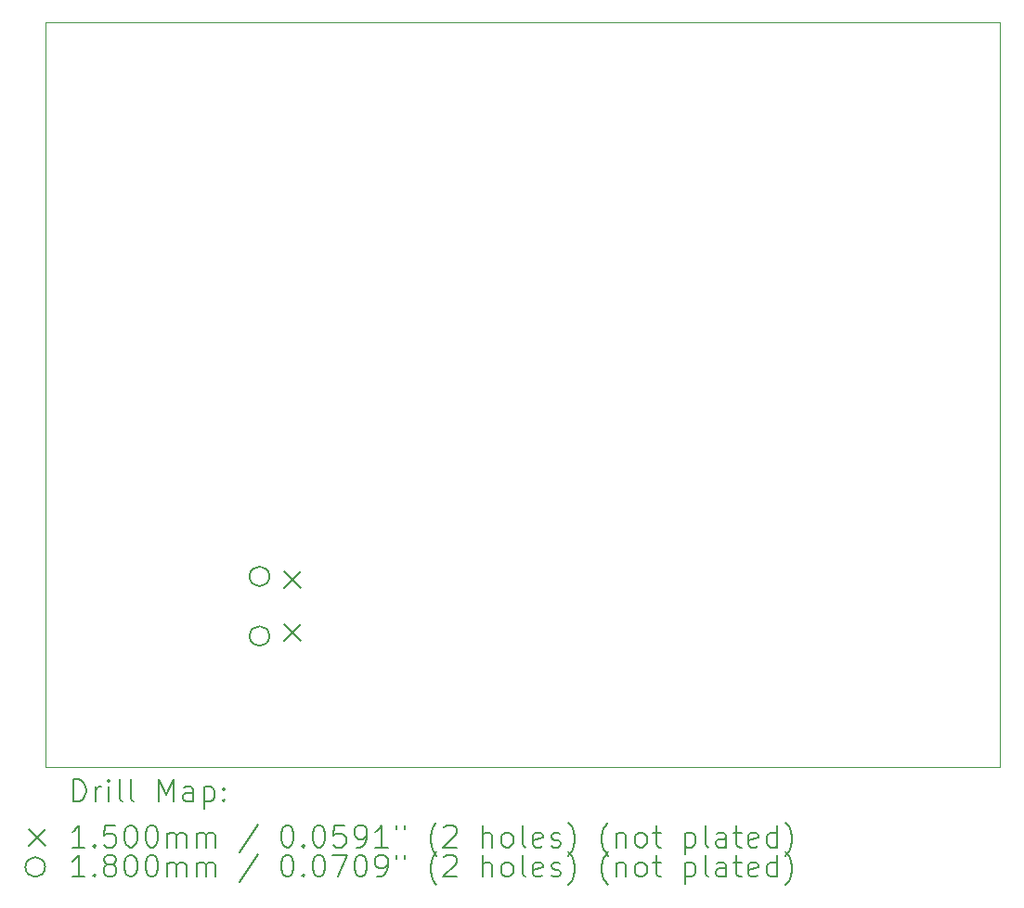
<source format=gbr>
%FSLAX45Y45*%
G04 Gerber Fmt 4.5, Leading zero omitted, Abs format (unit mm)*
G04 Created by KiCad (PCBNEW (6.0.0)) date 2022-05-18 17:52:49*
%MOMM*%
%LPD*%
G01*
G04 APERTURE LIST*
%TA.AperFunction,Profile*%
%ADD10C,0.100000*%
%TD*%
%ADD11C,0.200000*%
%ADD12C,0.150000*%
%ADD13C,0.180000*%
G04 APERTURE END LIST*
D10*
X10636000Y-5080000D02*
X19336000Y-5080000D01*
X10636000Y-11880000D02*
X10636000Y-5080000D01*
X19336000Y-11880000D02*
X19336000Y-5080000D01*
X10636000Y-11880000D02*
X19336000Y-11880000D01*
D11*
D12*
X12814000Y-10096500D02*
X12964000Y-10246500D01*
X12964000Y-10096500D02*
X12814000Y-10246500D01*
X12814000Y-10581500D02*
X12964000Y-10731500D01*
X12964000Y-10581500D02*
X12814000Y-10731500D01*
D13*
X12676000Y-10141500D02*
G75*
G03*
X12676000Y-10141500I-90000J0D01*
G01*
X12676000Y-10686500D02*
G75*
G03*
X12676000Y-10686500I-90000J0D01*
G01*
D11*
X10888619Y-12195476D02*
X10888619Y-11995476D01*
X10936238Y-11995476D01*
X10964810Y-12005000D01*
X10983857Y-12024048D01*
X10993381Y-12043095D01*
X11002905Y-12081190D01*
X11002905Y-12109762D01*
X10993381Y-12147857D01*
X10983857Y-12166905D01*
X10964810Y-12185952D01*
X10936238Y-12195476D01*
X10888619Y-12195476D01*
X11088619Y-12195476D02*
X11088619Y-12062143D01*
X11088619Y-12100238D02*
X11098143Y-12081190D01*
X11107667Y-12071667D01*
X11126714Y-12062143D01*
X11145762Y-12062143D01*
X11212428Y-12195476D02*
X11212428Y-12062143D01*
X11212428Y-11995476D02*
X11202905Y-12005000D01*
X11212428Y-12014524D01*
X11221952Y-12005000D01*
X11212428Y-11995476D01*
X11212428Y-12014524D01*
X11336238Y-12195476D02*
X11317190Y-12185952D01*
X11307667Y-12166905D01*
X11307667Y-11995476D01*
X11441000Y-12195476D02*
X11421952Y-12185952D01*
X11412428Y-12166905D01*
X11412428Y-11995476D01*
X11669571Y-12195476D02*
X11669571Y-11995476D01*
X11736238Y-12138333D01*
X11802905Y-11995476D01*
X11802905Y-12195476D01*
X11983857Y-12195476D02*
X11983857Y-12090714D01*
X11974333Y-12071667D01*
X11955286Y-12062143D01*
X11917190Y-12062143D01*
X11898143Y-12071667D01*
X11983857Y-12185952D02*
X11964809Y-12195476D01*
X11917190Y-12195476D01*
X11898143Y-12185952D01*
X11888619Y-12166905D01*
X11888619Y-12147857D01*
X11898143Y-12128809D01*
X11917190Y-12119286D01*
X11964809Y-12119286D01*
X11983857Y-12109762D01*
X12079095Y-12062143D02*
X12079095Y-12262143D01*
X12079095Y-12071667D02*
X12098143Y-12062143D01*
X12136238Y-12062143D01*
X12155286Y-12071667D01*
X12164809Y-12081190D01*
X12174333Y-12100238D01*
X12174333Y-12157381D01*
X12164809Y-12176428D01*
X12155286Y-12185952D01*
X12136238Y-12195476D01*
X12098143Y-12195476D01*
X12079095Y-12185952D01*
X12260048Y-12176428D02*
X12269571Y-12185952D01*
X12260048Y-12195476D01*
X12250524Y-12185952D01*
X12260048Y-12176428D01*
X12260048Y-12195476D01*
X12260048Y-12071667D02*
X12269571Y-12081190D01*
X12260048Y-12090714D01*
X12250524Y-12081190D01*
X12260048Y-12071667D01*
X12260048Y-12090714D01*
D12*
X10481000Y-12450000D02*
X10631000Y-12600000D01*
X10631000Y-12450000D02*
X10481000Y-12600000D01*
D11*
X10993381Y-12615476D02*
X10879095Y-12615476D01*
X10936238Y-12615476D02*
X10936238Y-12415476D01*
X10917190Y-12444048D01*
X10898143Y-12463095D01*
X10879095Y-12472619D01*
X11079095Y-12596428D02*
X11088619Y-12605952D01*
X11079095Y-12615476D01*
X11069571Y-12605952D01*
X11079095Y-12596428D01*
X11079095Y-12615476D01*
X11269571Y-12415476D02*
X11174333Y-12415476D01*
X11164810Y-12510714D01*
X11174333Y-12501190D01*
X11193381Y-12491667D01*
X11241000Y-12491667D01*
X11260048Y-12501190D01*
X11269571Y-12510714D01*
X11279095Y-12529762D01*
X11279095Y-12577381D01*
X11269571Y-12596428D01*
X11260048Y-12605952D01*
X11241000Y-12615476D01*
X11193381Y-12615476D01*
X11174333Y-12605952D01*
X11164810Y-12596428D01*
X11402905Y-12415476D02*
X11421952Y-12415476D01*
X11441000Y-12425000D01*
X11450524Y-12434524D01*
X11460048Y-12453571D01*
X11469571Y-12491667D01*
X11469571Y-12539286D01*
X11460048Y-12577381D01*
X11450524Y-12596428D01*
X11441000Y-12605952D01*
X11421952Y-12615476D01*
X11402905Y-12615476D01*
X11383857Y-12605952D01*
X11374333Y-12596428D01*
X11364809Y-12577381D01*
X11355286Y-12539286D01*
X11355286Y-12491667D01*
X11364809Y-12453571D01*
X11374333Y-12434524D01*
X11383857Y-12425000D01*
X11402905Y-12415476D01*
X11593381Y-12415476D02*
X11612428Y-12415476D01*
X11631476Y-12425000D01*
X11641000Y-12434524D01*
X11650524Y-12453571D01*
X11660048Y-12491667D01*
X11660048Y-12539286D01*
X11650524Y-12577381D01*
X11641000Y-12596428D01*
X11631476Y-12605952D01*
X11612428Y-12615476D01*
X11593381Y-12615476D01*
X11574333Y-12605952D01*
X11564809Y-12596428D01*
X11555286Y-12577381D01*
X11545762Y-12539286D01*
X11545762Y-12491667D01*
X11555286Y-12453571D01*
X11564809Y-12434524D01*
X11574333Y-12425000D01*
X11593381Y-12415476D01*
X11745762Y-12615476D02*
X11745762Y-12482143D01*
X11745762Y-12501190D02*
X11755286Y-12491667D01*
X11774333Y-12482143D01*
X11802905Y-12482143D01*
X11821952Y-12491667D01*
X11831476Y-12510714D01*
X11831476Y-12615476D01*
X11831476Y-12510714D02*
X11841000Y-12491667D01*
X11860048Y-12482143D01*
X11888619Y-12482143D01*
X11907667Y-12491667D01*
X11917190Y-12510714D01*
X11917190Y-12615476D01*
X12012428Y-12615476D02*
X12012428Y-12482143D01*
X12012428Y-12501190D02*
X12021952Y-12491667D01*
X12041000Y-12482143D01*
X12069571Y-12482143D01*
X12088619Y-12491667D01*
X12098143Y-12510714D01*
X12098143Y-12615476D01*
X12098143Y-12510714D02*
X12107667Y-12491667D01*
X12126714Y-12482143D01*
X12155286Y-12482143D01*
X12174333Y-12491667D01*
X12183857Y-12510714D01*
X12183857Y-12615476D01*
X12574333Y-12405952D02*
X12402905Y-12663095D01*
X12831476Y-12415476D02*
X12850524Y-12415476D01*
X12869571Y-12425000D01*
X12879095Y-12434524D01*
X12888619Y-12453571D01*
X12898143Y-12491667D01*
X12898143Y-12539286D01*
X12888619Y-12577381D01*
X12879095Y-12596428D01*
X12869571Y-12605952D01*
X12850524Y-12615476D01*
X12831476Y-12615476D01*
X12812428Y-12605952D01*
X12802905Y-12596428D01*
X12793381Y-12577381D01*
X12783857Y-12539286D01*
X12783857Y-12491667D01*
X12793381Y-12453571D01*
X12802905Y-12434524D01*
X12812428Y-12425000D01*
X12831476Y-12415476D01*
X12983857Y-12596428D02*
X12993381Y-12605952D01*
X12983857Y-12615476D01*
X12974333Y-12605952D01*
X12983857Y-12596428D01*
X12983857Y-12615476D01*
X13117190Y-12415476D02*
X13136238Y-12415476D01*
X13155286Y-12425000D01*
X13164809Y-12434524D01*
X13174333Y-12453571D01*
X13183857Y-12491667D01*
X13183857Y-12539286D01*
X13174333Y-12577381D01*
X13164809Y-12596428D01*
X13155286Y-12605952D01*
X13136238Y-12615476D01*
X13117190Y-12615476D01*
X13098143Y-12605952D01*
X13088619Y-12596428D01*
X13079095Y-12577381D01*
X13069571Y-12539286D01*
X13069571Y-12491667D01*
X13079095Y-12453571D01*
X13088619Y-12434524D01*
X13098143Y-12425000D01*
X13117190Y-12415476D01*
X13364809Y-12415476D02*
X13269571Y-12415476D01*
X13260048Y-12510714D01*
X13269571Y-12501190D01*
X13288619Y-12491667D01*
X13336238Y-12491667D01*
X13355286Y-12501190D01*
X13364809Y-12510714D01*
X13374333Y-12529762D01*
X13374333Y-12577381D01*
X13364809Y-12596428D01*
X13355286Y-12605952D01*
X13336238Y-12615476D01*
X13288619Y-12615476D01*
X13269571Y-12605952D01*
X13260048Y-12596428D01*
X13469571Y-12615476D02*
X13507667Y-12615476D01*
X13526714Y-12605952D01*
X13536238Y-12596428D01*
X13555286Y-12567857D01*
X13564809Y-12529762D01*
X13564809Y-12453571D01*
X13555286Y-12434524D01*
X13545762Y-12425000D01*
X13526714Y-12415476D01*
X13488619Y-12415476D01*
X13469571Y-12425000D01*
X13460048Y-12434524D01*
X13450524Y-12453571D01*
X13450524Y-12501190D01*
X13460048Y-12520238D01*
X13469571Y-12529762D01*
X13488619Y-12539286D01*
X13526714Y-12539286D01*
X13545762Y-12529762D01*
X13555286Y-12520238D01*
X13564809Y-12501190D01*
X13755286Y-12615476D02*
X13641000Y-12615476D01*
X13698143Y-12615476D02*
X13698143Y-12415476D01*
X13679095Y-12444048D01*
X13660048Y-12463095D01*
X13641000Y-12472619D01*
X13831476Y-12415476D02*
X13831476Y-12453571D01*
X13907667Y-12415476D02*
X13907667Y-12453571D01*
X14202905Y-12691667D02*
X14193381Y-12682143D01*
X14174333Y-12653571D01*
X14164809Y-12634524D01*
X14155286Y-12605952D01*
X14145762Y-12558333D01*
X14145762Y-12520238D01*
X14155286Y-12472619D01*
X14164809Y-12444048D01*
X14174333Y-12425000D01*
X14193381Y-12396428D01*
X14202905Y-12386905D01*
X14269571Y-12434524D02*
X14279095Y-12425000D01*
X14298143Y-12415476D01*
X14345762Y-12415476D01*
X14364809Y-12425000D01*
X14374333Y-12434524D01*
X14383857Y-12453571D01*
X14383857Y-12472619D01*
X14374333Y-12501190D01*
X14260048Y-12615476D01*
X14383857Y-12615476D01*
X14621952Y-12615476D02*
X14621952Y-12415476D01*
X14707667Y-12615476D02*
X14707667Y-12510714D01*
X14698143Y-12491667D01*
X14679095Y-12482143D01*
X14650524Y-12482143D01*
X14631476Y-12491667D01*
X14621952Y-12501190D01*
X14831476Y-12615476D02*
X14812428Y-12605952D01*
X14802905Y-12596428D01*
X14793381Y-12577381D01*
X14793381Y-12520238D01*
X14802905Y-12501190D01*
X14812428Y-12491667D01*
X14831476Y-12482143D01*
X14860048Y-12482143D01*
X14879095Y-12491667D01*
X14888619Y-12501190D01*
X14898143Y-12520238D01*
X14898143Y-12577381D01*
X14888619Y-12596428D01*
X14879095Y-12605952D01*
X14860048Y-12615476D01*
X14831476Y-12615476D01*
X15012428Y-12615476D02*
X14993381Y-12605952D01*
X14983857Y-12586905D01*
X14983857Y-12415476D01*
X15164809Y-12605952D02*
X15145762Y-12615476D01*
X15107667Y-12615476D01*
X15088619Y-12605952D01*
X15079095Y-12586905D01*
X15079095Y-12510714D01*
X15088619Y-12491667D01*
X15107667Y-12482143D01*
X15145762Y-12482143D01*
X15164809Y-12491667D01*
X15174333Y-12510714D01*
X15174333Y-12529762D01*
X15079095Y-12548809D01*
X15250524Y-12605952D02*
X15269571Y-12615476D01*
X15307667Y-12615476D01*
X15326714Y-12605952D01*
X15336238Y-12586905D01*
X15336238Y-12577381D01*
X15326714Y-12558333D01*
X15307667Y-12548809D01*
X15279095Y-12548809D01*
X15260048Y-12539286D01*
X15250524Y-12520238D01*
X15250524Y-12510714D01*
X15260048Y-12491667D01*
X15279095Y-12482143D01*
X15307667Y-12482143D01*
X15326714Y-12491667D01*
X15402905Y-12691667D02*
X15412428Y-12682143D01*
X15431476Y-12653571D01*
X15441000Y-12634524D01*
X15450524Y-12605952D01*
X15460048Y-12558333D01*
X15460048Y-12520238D01*
X15450524Y-12472619D01*
X15441000Y-12444048D01*
X15431476Y-12425000D01*
X15412428Y-12396428D01*
X15402905Y-12386905D01*
X15764809Y-12691667D02*
X15755286Y-12682143D01*
X15736238Y-12653571D01*
X15726714Y-12634524D01*
X15717190Y-12605952D01*
X15707667Y-12558333D01*
X15707667Y-12520238D01*
X15717190Y-12472619D01*
X15726714Y-12444048D01*
X15736238Y-12425000D01*
X15755286Y-12396428D01*
X15764809Y-12386905D01*
X15841000Y-12482143D02*
X15841000Y-12615476D01*
X15841000Y-12501190D02*
X15850524Y-12491667D01*
X15869571Y-12482143D01*
X15898143Y-12482143D01*
X15917190Y-12491667D01*
X15926714Y-12510714D01*
X15926714Y-12615476D01*
X16050524Y-12615476D02*
X16031476Y-12605952D01*
X16021952Y-12596428D01*
X16012428Y-12577381D01*
X16012428Y-12520238D01*
X16021952Y-12501190D01*
X16031476Y-12491667D01*
X16050524Y-12482143D01*
X16079095Y-12482143D01*
X16098143Y-12491667D01*
X16107667Y-12501190D01*
X16117190Y-12520238D01*
X16117190Y-12577381D01*
X16107667Y-12596428D01*
X16098143Y-12605952D01*
X16079095Y-12615476D01*
X16050524Y-12615476D01*
X16174333Y-12482143D02*
X16250524Y-12482143D01*
X16202905Y-12415476D02*
X16202905Y-12586905D01*
X16212428Y-12605952D01*
X16231476Y-12615476D01*
X16250524Y-12615476D01*
X16469571Y-12482143D02*
X16469571Y-12682143D01*
X16469571Y-12491667D02*
X16488619Y-12482143D01*
X16526714Y-12482143D01*
X16545762Y-12491667D01*
X16555286Y-12501190D01*
X16564809Y-12520238D01*
X16564809Y-12577381D01*
X16555286Y-12596428D01*
X16545762Y-12605952D01*
X16526714Y-12615476D01*
X16488619Y-12615476D01*
X16469571Y-12605952D01*
X16679095Y-12615476D02*
X16660048Y-12605952D01*
X16650524Y-12586905D01*
X16650524Y-12415476D01*
X16841000Y-12615476D02*
X16841000Y-12510714D01*
X16831476Y-12491667D01*
X16812429Y-12482143D01*
X16774333Y-12482143D01*
X16755286Y-12491667D01*
X16841000Y-12605952D02*
X16821952Y-12615476D01*
X16774333Y-12615476D01*
X16755286Y-12605952D01*
X16745762Y-12586905D01*
X16745762Y-12567857D01*
X16755286Y-12548809D01*
X16774333Y-12539286D01*
X16821952Y-12539286D01*
X16841000Y-12529762D01*
X16907667Y-12482143D02*
X16983857Y-12482143D01*
X16936238Y-12415476D02*
X16936238Y-12586905D01*
X16945762Y-12605952D01*
X16964810Y-12615476D01*
X16983857Y-12615476D01*
X17126714Y-12605952D02*
X17107667Y-12615476D01*
X17069571Y-12615476D01*
X17050524Y-12605952D01*
X17041000Y-12586905D01*
X17041000Y-12510714D01*
X17050524Y-12491667D01*
X17069571Y-12482143D01*
X17107667Y-12482143D01*
X17126714Y-12491667D01*
X17136238Y-12510714D01*
X17136238Y-12529762D01*
X17041000Y-12548809D01*
X17307667Y-12615476D02*
X17307667Y-12415476D01*
X17307667Y-12605952D02*
X17288619Y-12615476D01*
X17250524Y-12615476D01*
X17231476Y-12605952D01*
X17221952Y-12596428D01*
X17212429Y-12577381D01*
X17212429Y-12520238D01*
X17221952Y-12501190D01*
X17231476Y-12491667D01*
X17250524Y-12482143D01*
X17288619Y-12482143D01*
X17307667Y-12491667D01*
X17383857Y-12691667D02*
X17393381Y-12682143D01*
X17412429Y-12653571D01*
X17421952Y-12634524D01*
X17431476Y-12605952D01*
X17441000Y-12558333D01*
X17441000Y-12520238D01*
X17431476Y-12472619D01*
X17421952Y-12444048D01*
X17412429Y-12425000D01*
X17393381Y-12396428D01*
X17383857Y-12386905D01*
D13*
X10631000Y-12795000D02*
G75*
G03*
X10631000Y-12795000I-90000J0D01*
G01*
D11*
X10993381Y-12885476D02*
X10879095Y-12885476D01*
X10936238Y-12885476D02*
X10936238Y-12685476D01*
X10917190Y-12714048D01*
X10898143Y-12733095D01*
X10879095Y-12742619D01*
X11079095Y-12866428D02*
X11088619Y-12875952D01*
X11079095Y-12885476D01*
X11069571Y-12875952D01*
X11079095Y-12866428D01*
X11079095Y-12885476D01*
X11202905Y-12771190D02*
X11183857Y-12761667D01*
X11174333Y-12752143D01*
X11164810Y-12733095D01*
X11164810Y-12723571D01*
X11174333Y-12704524D01*
X11183857Y-12695000D01*
X11202905Y-12685476D01*
X11241000Y-12685476D01*
X11260048Y-12695000D01*
X11269571Y-12704524D01*
X11279095Y-12723571D01*
X11279095Y-12733095D01*
X11269571Y-12752143D01*
X11260048Y-12761667D01*
X11241000Y-12771190D01*
X11202905Y-12771190D01*
X11183857Y-12780714D01*
X11174333Y-12790238D01*
X11164810Y-12809286D01*
X11164810Y-12847381D01*
X11174333Y-12866428D01*
X11183857Y-12875952D01*
X11202905Y-12885476D01*
X11241000Y-12885476D01*
X11260048Y-12875952D01*
X11269571Y-12866428D01*
X11279095Y-12847381D01*
X11279095Y-12809286D01*
X11269571Y-12790238D01*
X11260048Y-12780714D01*
X11241000Y-12771190D01*
X11402905Y-12685476D02*
X11421952Y-12685476D01*
X11441000Y-12695000D01*
X11450524Y-12704524D01*
X11460048Y-12723571D01*
X11469571Y-12761667D01*
X11469571Y-12809286D01*
X11460048Y-12847381D01*
X11450524Y-12866428D01*
X11441000Y-12875952D01*
X11421952Y-12885476D01*
X11402905Y-12885476D01*
X11383857Y-12875952D01*
X11374333Y-12866428D01*
X11364809Y-12847381D01*
X11355286Y-12809286D01*
X11355286Y-12761667D01*
X11364809Y-12723571D01*
X11374333Y-12704524D01*
X11383857Y-12695000D01*
X11402905Y-12685476D01*
X11593381Y-12685476D02*
X11612428Y-12685476D01*
X11631476Y-12695000D01*
X11641000Y-12704524D01*
X11650524Y-12723571D01*
X11660048Y-12761667D01*
X11660048Y-12809286D01*
X11650524Y-12847381D01*
X11641000Y-12866428D01*
X11631476Y-12875952D01*
X11612428Y-12885476D01*
X11593381Y-12885476D01*
X11574333Y-12875952D01*
X11564809Y-12866428D01*
X11555286Y-12847381D01*
X11545762Y-12809286D01*
X11545762Y-12761667D01*
X11555286Y-12723571D01*
X11564809Y-12704524D01*
X11574333Y-12695000D01*
X11593381Y-12685476D01*
X11745762Y-12885476D02*
X11745762Y-12752143D01*
X11745762Y-12771190D02*
X11755286Y-12761667D01*
X11774333Y-12752143D01*
X11802905Y-12752143D01*
X11821952Y-12761667D01*
X11831476Y-12780714D01*
X11831476Y-12885476D01*
X11831476Y-12780714D02*
X11841000Y-12761667D01*
X11860048Y-12752143D01*
X11888619Y-12752143D01*
X11907667Y-12761667D01*
X11917190Y-12780714D01*
X11917190Y-12885476D01*
X12012428Y-12885476D02*
X12012428Y-12752143D01*
X12012428Y-12771190D02*
X12021952Y-12761667D01*
X12041000Y-12752143D01*
X12069571Y-12752143D01*
X12088619Y-12761667D01*
X12098143Y-12780714D01*
X12098143Y-12885476D01*
X12098143Y-12780714D02*
X12107667Y-12761667D01*
X12126714Y-12752143D01*
X12155286Y-12752143D01*
X12174333Y-12761667D01*
X12183857Y-12780714D01*
X12183857Y-12885476D01*
X12574333Y-12675952D02*
X12402905Y-12933095D01*
X12831476Y-12685476D02*
X12850524Y-12685476D01*
X12869571Y-12695000D01*
X12879095Y-12704524D01*
X12888619Y-12723571D01*
X12898143Y-12761667D01*
X12898143Y-12809286D01*
X12888619Y-12847381D01*
X12879095Y-12866428D01*
X12869571Y-12875952D01*
X12850524Y-12885476D01*
X12831476Y-12885476D01*
X12812428Y-12875952D01*
X12802905Y-12866428D01*
X12793381Y-12847381D01*
X12783857Y-12809286D01*
X12783857Y-12761667D01*
X12793381Y-12723571D01*
X12802905Y-12704524D01*
X12812428Y-12695000D01*
X12831476Y-12685476D01*
X12983857Y-12866428D02*
X12993381Y-12875952D01*
X12983857Y-12885476D01*
X12974333Y-12875952D01*
X12983857Y-12866428D01*
X12983857Y-12885476D01*
X13117190Y-12685476D02*
X13136238Y-12685476D01*
X13155286Y-12695000D01*
X13164809Y-12704524D01*
X13174333Y-12723571D01*
X13183857Y-12761667D01*
X13183857Y-12809286D01*
X13174333Y-12847381D01*
X13164809Y-12866428D01*
X13155286Y-12875952D01*
X13136238Y-12885476D01*
X13117190Y-12885476D01*
X13098143Y-12875952D01*
X13088619Y-12866428D01*
X13079095Y-12847381D01*
X13069571Y-12809286D01*
X13069571Y-12761667D01*
X13079095Y-12723571D01*
X13088619Y-12704524D01*
X13098143Y-12695000D01*
X13117190Y-12685476D01*
X13250524Y-12685476D02*
X13383857Y-12685476D01*
X13298143Y-12885476D01*
X13498143Y-12685476D02*
X13517190Y-12685476D01*
X13536238Y-12695000D01*
X13545762Y-12704524D01*
X13555286Y-12723571D01*
X13564809Y-12761667D01*
X13564809Y-12809286D01*
X13555286Y-12847381D01*
X13545762Y-12866428D01*
X13536238Y-12875952D01*
X13517190Y-12885476D01*
X13498143Y-12885476D01*
X13479095Y-12875952D01*
X13469571Y-12866428D01*
X13460048Y-12847381D01*
X13450524Y-12809286D01*
X13450524Y-12761667D01*
X13460048Y-12723571D01*
X13469571Y-12704524D01*
X13479095Y-12695000D01*
X13498143Y-12685476D01*
X13660048Y-12885476D02*
X13698143Y-12885476D01*
X13717190Y-12875952D01*
X13726714Y-12866428D01*
X13745762Y-12837857D01*
X13755286Y-12799762D01*
X13755286Y-12723571D01*
X13745762Y-12704524D01*
X13736238Y-12695000D01*
X13717190Y-12685476D01*
X13679095Y-12685476D01*
X13660048Y-12695000D01*
X13650524Y-12704524D01*
X13641000Y-12723571D01*
X13641000Y-12771190D01*
X13650524Y-12790238D01*
X13660048Y-12799762D01*
X13679095Y-12809286D01*
X13717190Y-12809286D01*
X13736238Y-12799762D01*
X13745762Y-12790238D01*
X13755286Y-12771190D01*
X13831476Y-12685476D02*
X13831476Y-12723571D01*
X13907667Y-12685476D02*
X13907667Y-12723571D01*
X14202905Y-12961667D02*
X14193381Y-12952143D01*
X14174333Y-12923571D01*
X14164809Y-12904524D01*
X14155286Y-12875952D01*
X14145762Y-12828333D01*
X14145762Y-12790238D01*
X14155286Y-12742619D01*
X14164809Y-12714048D01*
X14174333Y-12695000D01*
X14193381Y-12666428D01*
X14202905Y-12656905D01*
X14269571Y-12704524D02*
X14279095Y-12695000D01*
X14298143Y-12685476D01*
X14345762Y-12685476D01*
X14364809Y-12695000D01*
X14374333Y-12704524D01*
X14383857Y-12723571D01*
X14383857Y-12742619D01*
X14374333Y-12771190D01*
X14260048Y-12885476D01*
X14383857Y-12885476D01*
X14621952Y-12885476D02*
X14621952Y-12685476D01*
X14707667Y-12885476D02*
X14707667Y-12780714D01*
X14698143Y-12761667D01*
X14679095Y-12752143D01*
X14650524Y-12752143D01*
X14631476Y-12761667D01*
X14621952Y-12771190D01*
X14831476Y-12885476D02*
X14812428Y-12875952D01*
X14802905Y-12866428D01*
X14793381Y-12847381D01*
X14793381Y-12790238D01*
X14802905Y-12771190D01*
X14812428Y-12761667D01*
X14831476Y-12752143D01*
X14860048Y-12752143D01*
X14879095Y-12761667D01*
X14888619Y-12771190D01*
X14898143Y-12790238D01*
X14898143Y-12847381D01*
X14888619Y-12866428D01*
X14879095Y-12875952D01*
X14860048Y-12885476D01*
X14831476Y-12885476D01*
X15012428Y-12885476D02*
X14993381Y-12875952D01*
X14983857Y-12856905D01*
X14983857Y-12685476D01*
X15164809Y-12875952D02*
X15145762Y-12885476D01*
X15107667Y-12885476D01*
X15088619Y-12875952D01*
X15079095Y-12856905D01*
X15079095Y-12780714D01*
X15088619Y-12761667D01*
X15107667Y-12752143D01*
X15145762Y-12752143D01*
X15164809Y-12761667D01*
X15174333Y-12780714D01*
X15174333Y-12799762D01*
X15079095Y-12818809D01*
X15250524Y-12875952D02*
X15269571Y-12885476D01*
X15307667Y-12885476D01*
X15326714Y-12875952D01*
X15336238Y-12856905D01*
X15336238Y-12847381D01*
X15326714Y-12828333D01*
X15307667Y-12818809D01*
X15279095Y-12818809D01*
X15260048Y-12809286D01*
X15250524Y-12790238D01*
X15250524Y-12780714D01*
X15260048Y-12761667D01*
X15279095Y-12752143D01*
X15307667Y-12752143D01*
X15326714Y-12761667D01*
X15402905Y-12961667D02*
X15412428Y-12952143D01*
X15431476Y-12923571D01*
X15441000Y-12904524D01*
X15450524Y-12875952D01*
X15460048Y-12828333D01*
X15460048Y-12790238D01*
X15450524Y-12742619D01*
X15441000Y-12714048D01*
X15431476Y-12695000D01*
X15412428Y-12666428D01*
X15402905Y-12656905D01*
X15764809Y-12961667D02*
X15755286Y-12952143D01*
X15736238Y-12923571D01*
X15726714Y-12904524D01*
X15717190Y-12875952D01*
X15707667Y-12828333D01*
X15707667Y-12790238D01*
X15717190Y-12742619D01*
X15726714Y-12714048D01*
X15736238Y-12695000D01*
X15755286Y-12666428D01*
X15764809Y-12656905D01*
X15841000Y-12752143D02*
X15841000Y-12885476D01*
X15841000Y-12771190D02*
X15850524Y-12761667D01*
X15869571Y-12752143D01*
X15898143Y-12752143D01*
X15917190Y-12761667D01*
X15926714Y-12780714D01*
X15926714Y-12885476D01*
X16050524Y-12885476D02*
X16031476Y-12875952D01*
X16021952Y-12866428D01*
X16012428Y-12847381D01*
X16012428Y-12790238D01*
X16021952Y-12771190D01*
X16031476Y-12761667D01*
X16050524Y-12752143D01*
X16079095Y-12752143D01*
X16098143Y-12761667D01*
X16107667Y-12771190D01*
X16117190Y-12790238D01*
X16117190Y-12847381D01*
X16107667Y-12866428D01*
X16098143Y-12875952D01*
X16079095Y-12885476D01*
X16050524Y-12885476D01*
X16174333Y-12752143D02*
X16250524Y-12752143D01*
X16202905Y-12685476D02*
X16202905Y-12856905D01*
X16212428Y-12875952D01*
X16231476Y-12885476D01*
X16250524Y-12885476D01*
X16469571Y-12752143D02*
X16469571Y-12952143D01*
X16469571Y-12761667D02*
X16488619Y-12752143D01*
X16526714Y-12752143D01*
X16545762Y-12761667D01*
X16555286Y-12771190D01*
X16564809Y-12790238D01*
X16564809Y-12847381D01*
X16555286Y-12866428D01*
X16545762Y-12875952D01*
X16526714Y-12885476D01*
X16488619Y-12885476D01*
X16469571Y-12875952D01*
X16679095Y-12885476D02*
X16660048Y-12875952D01*
X16650524Y-12856905D01*
X16650524Y-12685476D01*
X16841000Y-12885476D02*
X16841000Y-12780714D01*
X16831476Y-12761667D01*
X16812429Y-12752143D01*
X16774333Y-12752143D01*
X16755286Y-12761667D01*
X16841000Y-12875952D02*
X16821952Y-12885476D01*
X16774333Y-12885476D01*
X16755286Y-12875952D01*
X16745762Y-12856905D01*
X16745762Y-12837857D01*
X16755286Y-12818809D01*
X16774333Y-12809286D01*
X16821952Y-12809286D01*
X16841000Y-12799762D01*
X16907667Y-12752143D02*
X16983857Y-12752143D01*
X16936238Y-12685476D02*
X16936238Y-12856905D01*
X16945762Y-12875952D01*
X16964810Y-12885476D01*
X16983857Y-12885476D01*
X17126714Y-12875952D02*
X17107667Y-12885476D01*
X17069571Y-12885476D01*
X17050524Y-12875952D01*
X17041000Y-12856905D01*
X17041000Y-12780714D01*
X17050524Y-12761667D01*
X17069571Y-12752143D01*
X17107667Y-12752143D01*
X17126714Y-12761667D01*
X17136238Y-12780714D01*
X17136238Y-12799762D01*
X17041000Y-12818809D01*
X17307667Y-12885476D02*
X17307667Y-12685476D01*
X17307667Y-12875952D02*
X17288619Y-12885476D01*
X17250524Y-12885476D01*
X17231476Y-12875952D01*
X17221952Y-12866428D01*
X17212429Y-12847381D01*
X17212429Y-12790238D01*
X17221952Y-12771190D01*
X17231476Y-12761667D01*
X17250524Y-12752143D01*
X17288619Y-12752143D01*
X17307667Y-12761667D01*
X17383857Y-12961667D02*
X17393381Y-12952143D01*
X17412429Y-12923571D01*
X17421952Y-12904524D01*
X17431476Y-12875952D01*
X17441000Y-12828333D01*
X17441000Y-12790238D01*
X17431476Y-12742619D01*
X17421952Y-12714048D01*
X17412429Y-12695000D01*
X17393381Y-12666428D01*
X17383857Y-12656905D01*
M02*

</source>
